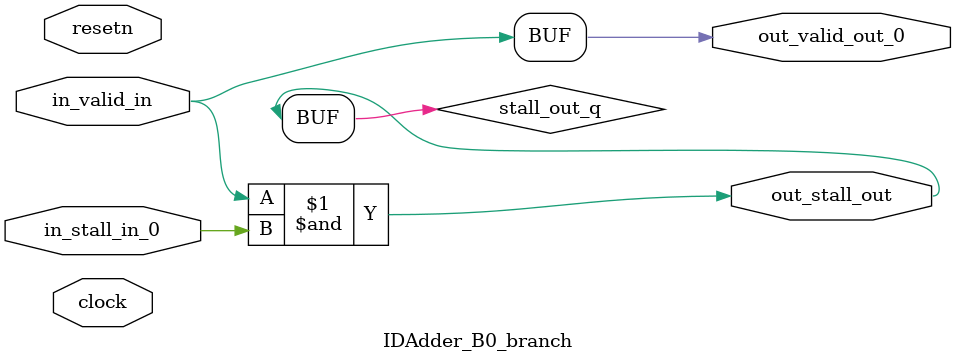
<source format=sv>



(* altera_attribute = "-name AUTO_SHIFT_REGISTER_RECOGNITION OFF; -name AUTO_ROM_RECOGNITION OFF; -name MESSAGE_DISABLE 10036; -name MESSAGE_DISABLE 10037; -name MESSAGE_DISABLE 14130; -name MESSAGE_DISABLE 14320; -name MESSAGE_DISABLE 15400; -name MESSAGE_DISABLE 14130; -name MESSAGE_DISABLE 10036; -name MESSAGE_DISABLE 12020; -name MESSAGE_DISABLE 12030; -name MESSAGE_DISABLE 12010; -name MESSAGE_DISABLE 12110; -name MESSAGE_DISABLE 14320; -name MESSAGE_DISABLE 13410; -name MESSAGE_DISABLE 113007; -name MESSAGE_DISABLE 10958" *)
module IDAdder_B0_branch (
    input wire [0:0] in_stall_in_0,
    input wire [0:0] in_valid_in,
    output wire [0:0] out_stall_out,
    output wire [0:0] out_valid_out_0,
    input wire clock,
    input wire resetn
    );

    wire [0:0] stall_out_q;


    // stall_out(LOGICAL,2)
    assign stall_out_q = in_valid_in & in_stall_in_0;

    // out_stall_out(GPOUT,5)
    assign out_stall_out = stall_out_q;

    // out_valid_out_0(GPOUT,6)
    assign out_valid_out_0 = in_valid_in;

endmodule

</source>
